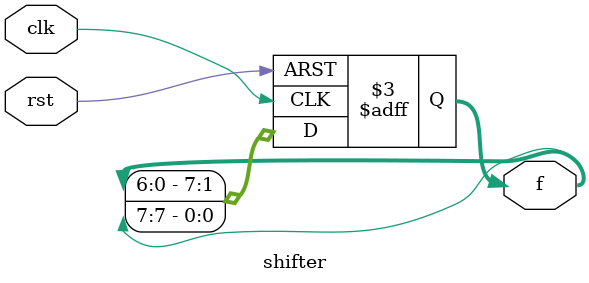
<source format=v>
`timescale 1ns / 1ps

module shifter(rst, f, clk);

input clk;
input rst;
output reg [7:0] f;

always@ (posedge clk or negedge rst)
    if (~rst)
        f <= 8'b01010101;
    else
    begin
        f[0]<=f[7];
        f[1]<=f[0];
        f[2]<=f[1];
        f[3]<=f[2];
        f[4]<=f[3];
        f[5]<=f[4];
        f[6]<=f[5];
        f[7]<=f[6]; 
    end
    
endmodule

</source>
